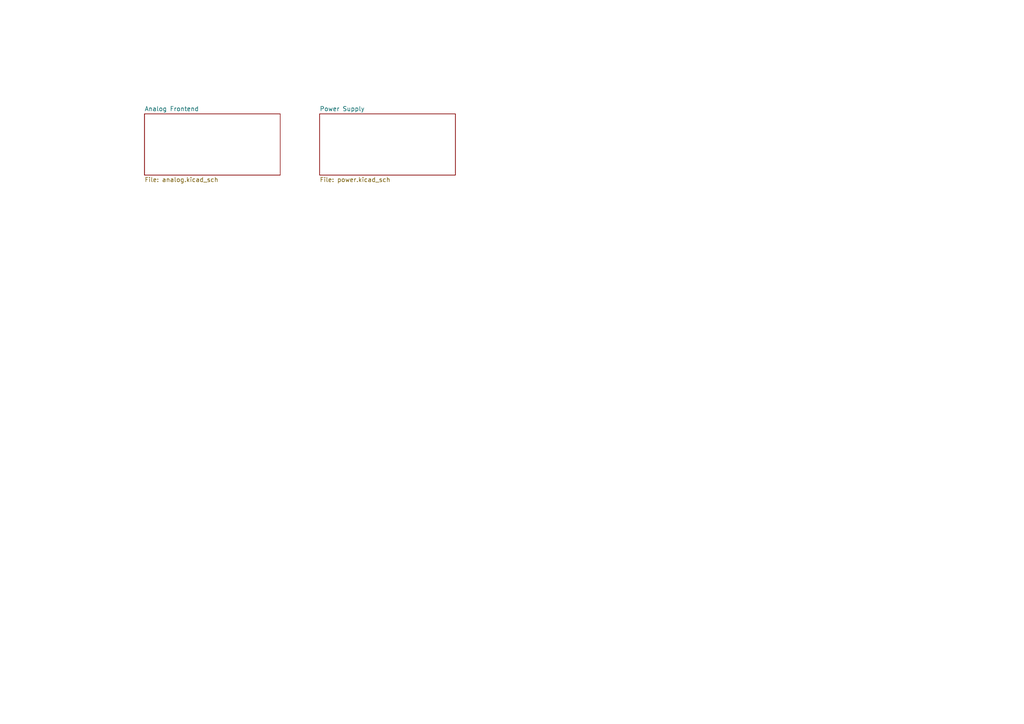
<source format=kicad_sch>
(kicad_sch (version 20211123) (generator eeschema)
  (paper "A4")
  (lib_symbols)
  (sheet (at 92.71 33.02) (size 39.37 17.78) (stroke (width 0.1524))
    (property "Sheet name" "Power Supply" (at 92.71 32.3084 0) (effects (justify left bottom)))
    (property "Sheet file" "power.kicad_sch" (at 92.71 51.3846 0) (effects (justify left top)))
  )
  (sheet (at 41.91 33.02) (size 39.37 17.78) (stroke (width 0.1524))
    (property "Sheet name" "Analog Frontend" (at 41.91 32.3084 0) (effects (justify left bottom)))
    (property "Sheet file" "analog.kicad_sch" (at 41.91 51.3846 0) (effects (justify left top)))
  )
)
</source>
